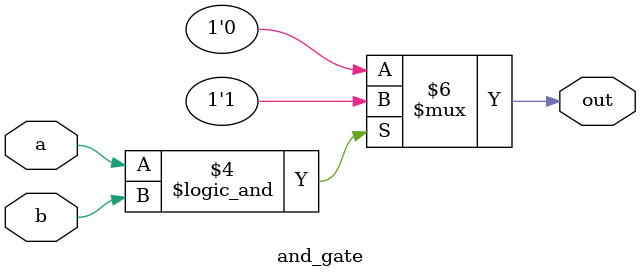
<source format=v>

module and_gate( 
    input a, 
    input b, 
    output out );

    // assing the AND of a and b to out
// assign out = a & b;
// initial out = 0;

// always @(*) begin
// if (a == 1 && b == 1)
// out = 1;
// else
// out = 0;
// end

always @(*) begin
if (a == 1 && b == 1)
out = 1;
else
out = 0;
end

endmodule

</source>
